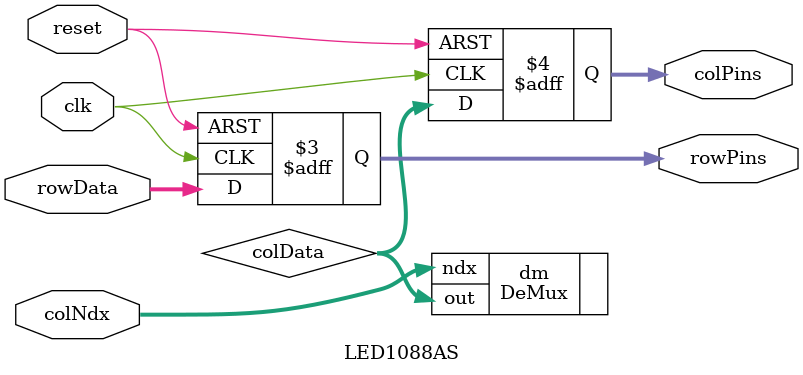
<source format=v>
`timescale 1ns / 100ps
`default_nettype none

/*
LED matrix that drives a single column at a time. On rising edge of clock it latches  
the rowData and converts the colNdx to the proper column output pin and latches that.  
*/
module LED1088AS(
    input wire clk,
    input wire reset,
    input wire [7:0] rowData,
    input wire [2:0] colNdx,
    output reg [7:0] rowPins,
    output reg [7:0] colPins
    );
    
    wire [7:0] colData;
    DeMux#(.ndxBits(3)) dm(.ndx(colNdx), .out(colData));
    
    initial begin
    	rowPins <= 8'b00000000;
    	colPins <= 8'b00000000;
    end
    
    always@(posedge clk, posedge reset) begin
    	if (reset) begin
			rowPins <= 8'b00000000;
			colPins <= 8'b00000000;
		end else begin
			rowPins <= rowData;
			colPins <= colData;
		end
    end
endmodule

</source>
